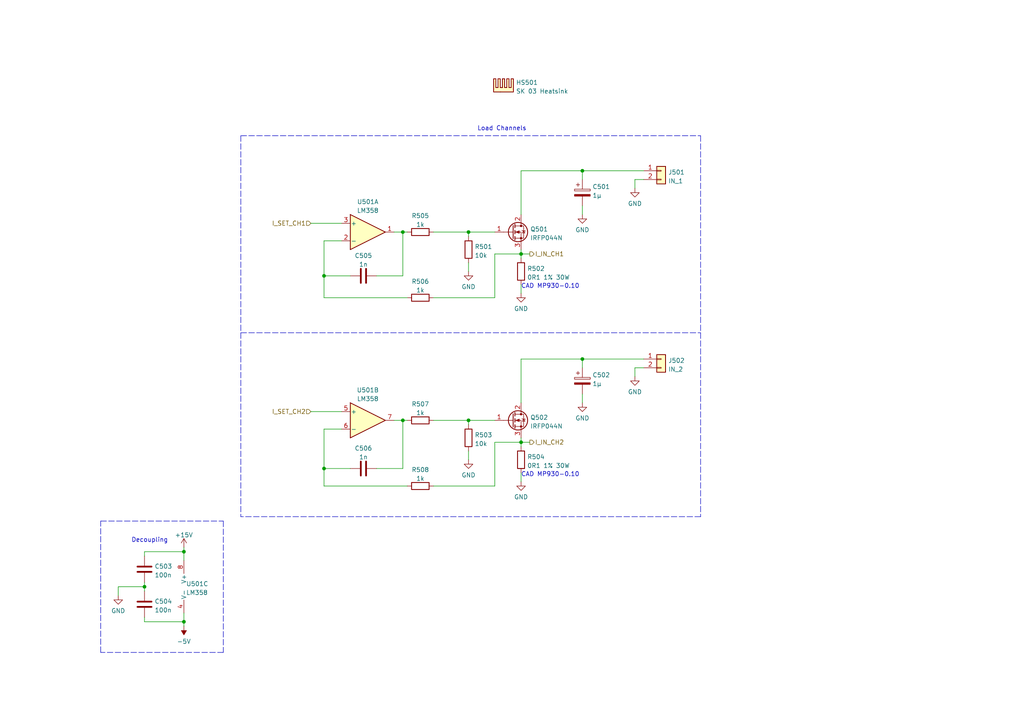
<source format=kicad_sch>
(kicad_sch (version 20211123) (generator eeschema)
  (paper "A4")
  (lib_symbols
    (symbol "Amplifier_Operational:LM358" (pin_names (offset 0.127))
      (property "Reference" "U" (at 0 5.08 0))
      (property "Value" "LM358" (at 0 -5.08 0))
      (symbol "LM358_1_1"
        (polyline (pts (xy -5.08 5.08) (xy 5.08 0) (xy -5.08 -5.08) (xy -5.08 5.08)) (stroke (width 0.254)) (fill (type background)))
        (pin output line (at 7.62 0 180) (length 2.54) (name "~") (number "1"))
        (pin input line (at -7.62 -2.54 0) (length 2.54) (name "-") (number "2"))
        (pin input line (at -7.62 2.54 0) (length 2.54) (name "+") (number "3"))
      )
      (symbol "LM358_2_1"
        (polyline (pts (xy -5.08 5.08) (xy 5.08 0) (xy -5.08 -5.08) (xy -5.08 5.08)) (stroke (width 0.254)) (fill (type background)))
        (pin input line (at -7.62 2.54 0) (length 2.54) (name "+") (number "5"))
        (pin input line (at -7.62 -2.54 0) (length 2.54) (name "-") (number "6"))
        (pin output line (at 7.62 0 180) (length 2.54) (name "~") (number "7"))
      )
      (symbol "LM358_3_1"
        (pin power_in line (at -2.54 -7.62 90) (length 3.81) (name "V-") (number "4"))
        (pin power_in line (at -2.54 7.62 270) (length 3.81) (name "V+") (number "8"))
      )
    )
    (symbol "Connector_Generic:Conn_01x02" (pin_names (offset 1.016) hide)
      (property "Reference" "J" (at 0 2.54 0))
      (property "Value" "Conn_01x02" (at 0 -5.08 0))
      (symbol "Conn_01x02_1_1"
        (rectangle (start -1.27 -2.413) (end 0 -2.667) (stroke (width 0.1524)))
        (rectangle (start -1.27 0.127) (end 0 -0.127) (stroke (width 0.1524)))
        (rectangle (start -1.27 1.27) (end 1.27 -3.81) (stroke (width 0.254)) (fill (type background)))
        (pin passive line (at -5.08 0 0) (length 3.81) (name "Pin_1") (number "1"))
        (pin passive line (at -5.08 -2.54 0) (length 3.81) (name "Pin_2") (number "2"))
      )
    )
    (symbol "Device:C" (pin_numbers hide) (pin_names (offset 0.254))
      (property "Reference" "C" (at 0.635 2.54 0))
      (property "Value" "C" (at 0.635 -2.54 0))
      (symbol "C_0_1"
        (polyline (pts (xy -2.032 -0.762) (xy 2.032 -0.762)) (stroke (width 0.508)))
        (polyline (pts (xy -2.032 0.762) (xy 2.032 0.762)) (stroke (width 0.508)))
      )
      (symbol "C_1_1"
        (pin passive line (at 0 3.81 270) (length 2.794) (name "~") (number "1"))
        (pin passive line (at 0 -3.81 90) (length 2.794) (name "~") (number "2"))
      )
    )
    (symbol "Device:C_Polarized" (pin_numbers hide) (pin_names (offset 0.254))
      (property "Reference" "C" (at 0.635 2.54 0))
      (property "Value" "C_Polarized" (at 0.635 -2.54 0))
      (symbol "C_Polarized_0_1"
        (rectangle (start -2.286 0.508) (end 2.286 1.016))
        (polyline (pts (xy -1.778 2.286) (xy -0.762 2.286)))
        (polyline (pts (xy -1.27 2.794) (xy -1.27 1.778)))
        (rectangle (start 2.286 -0.508) (end -2.286 -1.016) (fill (type outline)))
      )
      (symbol "C_Polarized_1_1"
        (pin passive line (at 0 3.81 270) (length 2.794) (name "~") (number "1"))
        (pin passive line (at 0 -3.81 90) (length 2.794) (name "~") (number "2"))
      )
    )
    (symbol "Device:Q_NMOS_GDS" (pin_names (offset 0) hide)
      (property "Reference" "Q" (at 5.08 1.27 0))
      (property "Value" "Q_NMOS_GDS" (at 5.08 -1.27 0))
      (symbol "Q_NMOS_GDS_0_1"
        (polyline (pts (xy 0.254 0) (xy -2.54 0)))
        (polyline (pts (xy 0.254 1.905) (xy 0.254 -1.905)) (stroke (width 0.254)))
        (polyline (pts (xy 0.762 -1.27) (xy 0.762 -2.286)) (stroke (width 0.254)))
        (polyline (pts (xy 0.762 0.508) (xy 0.762 -0.508)) (stroke (width 0.254)))
        (polyline (pts (xy 0.762 2.286) (xy 0.762 1.27)) (stroke (width 0.254)))
        (polyline (pts (xy 2.54 2.54) (xy 2.54 1.778)))
        (polyline (pts (xy 2.54 -2.54) (xy 2.54 0) (xy 0.762 0)))
        (polyline (pts (xy 0.762 -1.778) (xy 3.302 -1.778) (xy 3.302 1.778) (xy 0.762 1.778)))
        (polyline (pts (xy 1.016 0) (xy 2.032 0.381) (xy 2.032 -0.381) (xy 1.016 0)) (fill (type outline)))
        (polyline (pts (xy 2.794 0.508) (xy 2.921 0.381) (xy 3.683 0.381) (xy 3.81 0.254)))
        (polyline (pts (xy 3.302 0.381) (xy 2.921 -0.254) (xy 3.683 -0.254) (xy 3.302 0.381)))
        (circle (center 1.651 0) (radius 2.794) (stroke (width 0.254)))
        (circle (center 2.54 -1.778) (radius 0.254) (fill (type outline)))
        (circle (center 2.54 1.778) (radius 0.254) (fill (type outline)))
      )
      (symbol "Q_NMOS_GDS_1_1"
        (pin input line (at -5.08 0 0) (length 2.54) (name "G") (number "1"))
        (pin passive line (at 2.54 5.08 270) (length 2.54) (name "D") (number "2"))
        (pin passive line (at 2.54 -5.08 90) (length 2.54) (name "S") (number "3"))
      )
    )
    (symbol "Device:R" (pin_numbers hide) (pin_names (offset 0))
      (property "Reference" "R" (at 2.032 0 90))
      (property "Value" "R" (at 0 0 90))
      (symbol "R_0_1"
        (rectangle (start -1.016 -2.54) (end 1.016 2.54) (stroke (width 0.254)))
      )
      (symbol "R_1_1"
        (pin passive line (at 0 3.81 270) (length 1.27) (name "~") (number "1"))
        (pin passive line (at 0 -3.81 90) (length 1.27) (name "~") (number "2"))
      )
    )
    (symbol "Mechanical:Heatsink" (pin_names (offset 1.016))
      (property "Reference" "HS" (at 0 5.08 0))
      (property "Value" "Heatsink" (at 0 -1.27 0))
      (symbol "Heatsink_0_1"
        (polyline (pts (xy -0.3302 1.27) (xy -0.9652 1.27) (xy -0.9652 3.81) (xy -1.6002 3.81) (xy -1.6002 1.27) (xy -2.2352 1.27) (xy -2.2352 3.81) (xy -2.8702 3.81) (xy -2.8702 0) (xy -0.9652 0)) (stroke (width 0.254)) (fill (type background)))
        (polyline (pts (xy -0.3302 1.27) (xy -0.3302 3.81) (xy 0.3048 3.81) (xy 0.3048 1.27) (xy 0.9398 1.27) (xy 0.9398 3.81) (xy 1.5748 3.81) (xy 1.5748 1.27) (xy 2.2098 1.27) (xy 2.2098 3.81) (xy 2.8448 3.81) (xy 2.8448 0) (xy -0.9652 0)) (stroke (width 0.254)) (fill (type background)))
      )
    )
    (symbol "power:+15V" (power) (pin_names (offset 0))
      (property "Value" "+15V" (at 0 3.556 0))
      (symbol "+15V_0_1"
        (polyline (pts (xy -0.762 1.27) (xy 0 2.54)))
        (polyline (pts (xy 0 0) (xy 0 2.54)))
        (polyline (pts (xy 0 2.54) (xy 0.762 1.27)))
      )
      (symbol "+15V_1_1"
        (pin power_in line (at 0 0 90) (length 0) hide (name "+15V") (number "1"))
      )
    )
    (symbol "power:-5V" (power) (pin_names (offset 0))
      (property "Value" "-5V" (at 0 3.81 0))
      (symbol "-5V_0_0"
        (pin power_in line (at 0 0 90) (length 0) hide (name "-5V") (number "1"))
      )
      (symbol "-5V_0_1"
        (polyline (pts (xy 0 0) (xy 0 1.27) (xy 0.762 1.27) (xy 0 2.54) (xy -0.762 1.27) (xy 0 1.27)) (fill (type outline)))
      )
    )
    (symbol "power:GND" (power) (pin_names (offset 0))
      (property "Value" "GND" (at 0 -3.81 0))
      (symbol "GND_0_1"
        (polyline (pts (xy 0 0) (xy 0 -1.27) (xy 1.27 -1.27) (xy 0 -2.54) (xy -1.27 -1.27) (xy 0 -1.27)))
      )
      (symbol "GND_1_1"
        (pin power_in line (at 0 0 270) (length 0) hide (name "GND") (number "1"))
      )
    )
  )
  (junction (at 53.34 160.02))
  (junction (at 116.84 67.31))
  (junction (at 93.98 135.89))
  (junction (at 151.13 128.27))
  (junction (at 93.98 80.01))
  (junction (at 168.91 104.14))
  (junction (at 135.89 121.92))
  (junction (at 135.89 67.31))
  (junction (at 53.34 180.34))
  (junction (at 151.13 73.66))
  (junction (at 41.91 170.18))
  (junction (at 168.91 49.53))
  (junction (at 116.84 121.92))
  (wire (pts (xy 151.13 73.66) (xy 143.51 73.66)))
  (wire (pts (xy 168.91 114.3) (xy 168.91 116.84)))
  (wire (pts (xy 125.73 67.31) (xy 135.89 67.31)))
  (wire (pts (xy 168.91 104.14) (xy 168.91 106.68)))
  (wire (pts (xy 93.98 140.97) (xy 93.98 135.89)))
  (wire (pts (xy 151.13 82.55) (xy 151.13 85.09)))
  (wire (pts (xy 168.91 49.53) (xy 151.13 49.53)))
  (wire (pts (xy 135.89 67.31) (xy 143.51 67.31)))
  (polyline (pts (xy 64.77 189.23) (xy 29.21 189.23)))
  (polyline (pts (xy 203.2 39.37) (xy 203.2 149.86)))
  (wire (pts (xy 93.98 124.46) (xy 99.06 124.46)))
  (wire (pts (xy 184.15 106.68) (xy 184.15 109.22)))
  (polyline (pts (xy 69.85 96.52) (xy 203.2 96.52)))
  (wire (pts (xy 135.89 121.92) (xy 143.51 121.92)))
  (wire (pts (xy 116.84 67.31) (xy 118.11 67.31)))
  (wire (pts (xy 168.91 104.14) (xy 151.13 104.14)))
  (wire (pts (xy 93.98 135.89) (xy 101.6 135.89)))
  (polyline (pts (xy 203.2 149.86) (xy 69.85 149.86)))
  (wire (pts (xy 41.91 161.29) (xy 41.91 160.02)))
  (wire (pts (xy 186.69 52.07) (xy 184.15 52.07)))
  (wire (pts (xy 109.22 135.89) (xy 116.84 135.89)))
  (wire (pts (xy 186.69 49.53) (xy 168.91 49.53)))
  (wire (pts (xy 41.91 170.18) (xy 41.91 171.45)))
  (polyline (pts (xy 29.21 189.23) (xy 29.21 151.13)))
  (wire (pts (xy 186.69 106.68) (xy 184.15 106.68)))
  (wire (pts (xy 53.34 160.02) (xy 53.34 162.56)))
  (wire (pts (xy 143.51 128.27) (xy 143.51 140.97)))
  (wire (pts (xy 151.13 127) (xy 151.13 128.27)))
  (wire (pts (xy 135.89 130.81) (xy 135.89 133.35)))
  (wire (pts (xy 53.34 158.75) (xy 53.34 160.02)))
  (wire (pts (xy 135.89 76.2) (xy 135.89 78.74)))
  (wire (pts (xy 93.98 86.36) (xy 93.98 80.01)))
  (wire (pts (xy 41.91 180.34) (xy 41.91 179.07)))
  (wire (pts (xy 168.91 49.53) (xy 168.91 52.07)))
  (wire (pts (xy 90.17 64.77) (xy 99.06 64.77)))
  (wire (pts (xy 135.89 67.31) (xy 135.89 68.58)))
  (wire (pts (xy 184.15 52.07) (xy 184.15 54.61)))
  (wire (pts (xy 151.13 128.27) (xy 153.67 128.27)))
  (wire (pts (xy 143.51 140.97) (xy 125.73 140.97)))
  (polyline (pts (xy 69.85 39.37) (xy 69.85 149.86)))
  (wire (pts (xy 151.13 104.14) (xy 151.13 116.84)))
  (wire (pts (xy 34.29 170.18) (xy 41.91 170.18)))
  (wire (pts (xy 118.11 140.97) (xy 93.98 140.97)))
  (wire (pts (xy 34.29 172.72) (xy 34.29 170.18)))
  (wire (pts (xy 116.84 135.89) (xy 116.84 121.92)))
  (wire (pts (xy 151.13 137.16) (xy 151.13 139.7)))
  (wire (pts (xy 168.91 59.69) (xy 168.91 62.23)))
  (wire (pts (xy 53.34 177.8) (xy 53.34 180.34)))
  (wire (pts (xy 143.51 73.66) (xy 143.51 86.36)))
  (wire (pts (xy 93.98 69.85) (xy 99.06 69.85)))
  (polyline (pts (xy 29.21 151.13) (xy 64.77 151.13)))
  (wire (pts (xy 143.51 86.36) (xy 125.73 86.36)))
  (wire (pts (xy 151.13 73.66) (xy 153.67 73.66)))
  (wire (pts (xy 135.89 121.92) (xy 135.89 123.19)))
  (wire (pts (xy 114.3 121.92) (xy 116.84 121.92)))
  (polyline (pts (xy 69.85 39.37) (xy 203.2 39.37)))
  (wire (pts (xy 41.91 168.91) (xy 41.91 170.18)))
  (wire (pts (xy 41.91 160.02) (xy 53.34 160.02)))
  (wire (pts (xy 93.98 80.01) (xy 101.6 80.01)))
  (wire (pts (xy 125.73 121.92) (xy 135.89 121.92)))
  (wire (pts (xy 151.13 72.39) (xy 151.13 73.66)))
  (wire (pts (xy 151.13 128.27) (xy 143.51 128.27)))
  (wire (pts (xy 53.34 180.34) (xy 41.91 180.34)))
  (wire (pts (xy 93.98 80.01) (xy 93.98 69.85)))
  (wire (pts (xy 116.84 121.92) (xy 118.11 121.92)))
  (wire (pts (xy 109.22 80.01) (xy 116.84 80.01)))
  (wire (pts (xy 186.69 104.14) (xy 168.91 104.14)))
  (wire (pts (xy 90.17 119.38) (xy 99.06 119.38)))
  (wire (pts (xy 151.13 49.53) (xy 151.13 62.23)))
  (wire (pts (xy 114.3 67.31) (xy 116.84 67.31)))
  (wire (pts (xy 53.34 180.34) (xy 53.34 181.61)))
  (polyline (pts (xy 64.77 151.13) (xy 64.77 189.23)))
  (wire (pts (xy 151.13 73.66) (xy 151.13 74.93)))
  (wire (pts (xy 116.84 80.01) (xy 116.84 67.31)))
  (wire (pts (xy 118.11 86.36) (xy 93.98 86.36)))
  (wire (pts (xy 151.13 128.27) (xy 151.13 129.54)))
  (wire (pts (xy 93.98 135.89) (xy 93.98 124.46)))
  (text "CAD MP930-0.10" (at 151.13 138.43 0) (effects (font (size 1.27 1.27)) (justify left bottom)))
  (text "CAD MP930-0.10" (at 151.13 83.82 0) (effects (font (size 1.27 1.27)) (justify left bottom)))
  (text "Load Channels" (at 138.43 38.1 0) (effects (font (size 1.27 1.27)) (justify left bottom)))
  (text "Decoupling" (at 38.1 157.48 0) (effects (font (size 1.27 1.27)) (justify left bottom)))
  (hierarchical_label "I_IN_CH1" (shape output) (at 153.67 73.66 0))
  (hierarchical_label "I_SET_CH2" (shape input) (at 90.17 119.38 180))
  (hierarchical_label "I_IN_CH2" (shape output) (at 153.67 128.27 0))
  (hierarchical_label "I_SET_CH1" (shape input) (at 90.17 64.77 180))
  (symbol (lib_id "Device:C") (at 41.91 165.1 0) (unit 1)
    (property "Reference" "C503" (at 44.831 164.2653 0) (effects (justify left)))
    (property "Value" "100n" (at 44.831 166.8022 0) (effects (justify left)))
    (property "Footprint" "Capacitor_SMD:C_0805_2012Metric" (effects hide))
  )
  (symbol (lib_id "power:GND") (at 168.91 62.23 0) (unit 1)
    (property "Reference" "#PWR0502" (effects hide))
    (property "Value" "GND" (at 168.91 66.6734 0))
  )
  (symbol (lib_id "Device:C") (at 41.91 175.26 0) (unit 1)
    (property "Reference" "C504" (at 44.831 174.4253 0) (effects (justify left)))
    (property "Value" "100n" (at 44.831 176.9622 0) (effects (justify left)))
    (property "Footprint" "Capacitor_SMD:C_0805_2012Metric" (effects hide))
  )
  (symbol (lib_id "Device:C") (at 105.41 135.89 90) (unit 1)
    (property "Reference" "C506" (at 105.41 130.0312 90))
    (property "Value" "1n" (at 105.41 132.5681 90))
    (property "Footprint" "Capacitor_SMD:C_0805_2012Metric" (effects hide))
  )
  (symbol (lib_id "Connector_Generic:Conn_01x02") (at 191.77 104.14 0) (unit 1)
    (property "Reference" "J502" (at 193.802 104.5753 0) (effects (justify left)))
    (property "Value" "IN_2" (at 193.802 107.1122 0) (effects (justify left)))
    (property "Footprint" "Connector_PinHeader_2.54mm:PinHeader_1x02_P2.54mm_Vertical" (effects hide))
  )
  (symbol (lib_id "power:-5V") (at 53.34 181.61 180) (unit 1)
    (property "Reference" "#PWR0511" (effects hide))
    (property "Value" "-5V" (at 53.34 186.0534 0))
  )
  (symbol (lib_id "Amplifier_Operational:LM358") (at 106.68 67.31 0) (unit 1)
    (property "Reference" "U501" (at 106.68 58.5302 0))
    (property "Value" "LM358" (at 106.68 61.0671 0))
    (property "Footprint" "Package_SO:SOIC-8_3.9x4.9mm_P1.27mm" (effects hide))
    (property "Datasheet" "http://www.ti.com/lit/ds/symlink/lm2904-n.pdf" (effects hide))
  )
  (symbol (lib_id "power:GND") (at 151.13 139.7 0) (unit 1)
    (property "Reference" "#PWR0508" (effects hide))
    (property "Value" "GND" (at 151.13 144.1434 0))
  )
  (symbol (lib_id "Device:R") (at 135.89 72.39 0) (unit 1)
    (property "Reference" "R501" (at 137.668 71.5553 0) (effects (justify left)))
    (property "Value" "10k" (at 137.668 74.0922 0) (effects (justify left)))
    (property "Footprint" "Resistor_SMD:R_0805_2012Metric" (effects hide))
  )
  (symbol (lib_id "power:GND") (at 135.89 133.35 0) (unit 1)
    (property "Reference" "#PWR0507" (effects hide))
    (property "Value" "GND" (at 135.89 137.7934 0))
  )
  (symbol (lib_id "power:GND") (at 184.15 54.61 0) (unit 1)
    (property "Reference" "#PWR0501" (effects hide))
    (property "Value" "GND" (at 184.15 59.0534 0))
  )
  (symbol (lib_id "Device:Q_NMOS_GDS") (at 148.59 67.31 0) (unit 1)
    (property "Reference" "Q501" (at 153.797 66.4753 0) (effects (justify left)))
    (property "Value" "IRFP044N" (at 153.797 69.0122 0) (effects (justify left)))
    (property "Footprint" "Package_TO_SOT_THT:TO-247-3_Horizontal_TabUp" (effects hide))
  )
  (symbol (lib_id "Mechanical:Heatsink") (at 146.05 26.67 0) (unit 1)
    (property "Reference" "HS501" (at 149.6568 23.9303 0) (effects (justify left)))
    (property "Value" "SK 03 Heatsink" (at 149.6568 26.4672 0) (effects (justify left)))
    (property "Footprint" "eigene:SK-03" (effects hide))
  )
  (symbol (lib_id "Device:R") (at 121.92 86.36 90) (unit 1)
    (property "Reference" "R506" (at 121.92 81.6442 90))
    (property "Value" "1k" (at 121.92 84.1811 90))
    (property "Footprint" "Resistor_SMD:R_0805_2012Metric" (effects hide))
  )
  (symbol (lib_id "power:GND") (at 135.89 78.74 0) (unit 1)
    (property "Reference" "#PWR0503" (effects hide))
    (property "Value" "GND" (at 135.89 83.1834 0))
  )
  (symbol (lib_id "power:GND") (at 184.15 109.22 0) (unit 1)
    (property "Reference" "#PWR0505" (effects hide))
    (property "Value" "GND" (at 184.15 113.6634 0))
  )
  (symbol (lib_id "Device:Q_NMOS_GDS") (at 148.59 121.92 0) (unit 1)
    (property "Reference" "Q502" (at 153.797 121.0853 0) (effects (justify left)))
    (property "Value" "IRFP044N" (at 153.797 123.6222 0) (effects (justify left)))
    (property "Footprint" "Package_TO_SOT_THT:TO-247-3_Horizontal_TabUp" (effects hide))
  )
  (symbol (lib_id "Device:R") (at 135.89 127 0) (unit 1)
    (property "Reference" "R503" (at 137.668 126.1653 0) (effects (justify left)))
    (property "Value" "10k" (at 137.668 128.7022 0) (effects (justify left)))
    (property "Footprint" "Resistor_SMD:R_0805_2012Metric" (effects hide))
  )
  (symbol (lib_id "Device:R") (at 121.92 67.31 90) (unit 1)
    (property "Reference" "R505" (at 121.92 62.5942 90))
    (property "Value" "1k" (at 121.92 65.1311 90))
    (property "Footprint" "Resistor_SMD:R_0805_2012Metric" (effects hide))
  )
  (symbol (lib_id "Device:R") (at 121.92 140.97 90) (unit 1)
    (property "Reference" "R508" (at 121.92 136.2542 90))
    (property "Value" "1k" (at 121.92 138.7911 90))
    (property "Footprint" "Resistor_SMD:R_0805_2012Metric" (effects hide))
  )
  (symbol (lib_id "Device:R") (at 151.13 78.74 0) (unit 1)
    (property "Reference" "R502" (at 152.908 77.9053 0) (effects (justify left)))
    (property "Value" "0R1 1% 30W" (at 152.908 80.4422 0) (effects (justify left)))
    (property "Footprint" "Package_TO_SOT_THT:TO-220F-2_Horizontal_TabUp" (effects hide))
  )
  (symbol (lib_id "Amplifier_Operational:LM358") (at 55.88 170.18 0) (unit 3)
    (property "Reference" "U501" (at 53.975 169.3453 0) (effects (justify left)))
    (property "Value" "LM358" (at 53.975 171.8822 0) (effects (justify left)))
    (property "Footprint" "Package_SO:SOIC-8_3.9x4.9mm_P1.27mm" (effects hide))
    (property "Datasheet" "http://www.ti.com/lit/ds/symlink/lm2904-n.pdf" (effects hide))
  )
  (symbol (lib_id "Device:C") (at 105.41 80.01 90) (unit 1)
    (property "Reference" "C505" (at 105.41 74.1512 90))
    (property "Value" "1n" (at 105.41 76.6881 90))
    (property "Footprint" "Capacitor_SMD:C_0805_2012Metric" (effects hide))
  )
  (symbol (lib_id "Connector_Generic:Conn_01x02") (at 191.77 49.53 0) (unit 1)
    (property "Reference" "J501" (at 193.802 49.9653 0) (effects (justify left)))
    (property "Value" "IN_1" (at 193.802 52.5022 0) (effects (justify left)))
    (property "Footprint" "Connector_PinHeader_2.54mm:PinHeader_1x02_P2.54mm_Vertical" (effects hide))
  )
  (symbol (lib_id "power:GND") (at 168.91 116.84 0) (unit 1)
    (property "Reference" "#PWR0506" (effects hide))
    (property "Value" "GND" (at 168.91 121.2834 0))
  )
  (symbol (lib_id "power:+15V") (at 53.34 158.75 0) (unit 1)
    (property "Reference" "#PWR0509" (effects hide))
    (property "Value" "+15V" (at 53.34 155.1742 0))
  )
  (symbol (lib_id "Amplifier_Operational:LM358") (at 106.68 121.92 0) (unit 2)
    (property "Reference" "U501" (at 106.68 113.1402 0))
    (property "Value" "LM358" (at 106.68 115.6771 0))
    (property "Footprint" "Package_SO:SOIC-8_3.9x4.9mm_P1.27mm" (effects hide))
    (property "Datasheet" "http://www.ti.com/lit/ds/symlink/lm2904-n.pdf" (effects hide))
  )
  (symbol (lib_id "Device:C_Polarized") (at 168.91 55.88 0) (unit 1)
    (property "Reference" "C501" (at 171.831 54.1563 0) (effects (justify left)))
    (property "Value" "1µ" (at 171.831 56.6932 0) (effects (justify left)))
    (property "Footprint" "Capacitor_THT:CP_Radial_D5.0mm_P2.50mm" (effects hide))
  )
  (symbol (lib_id "power:GND") (at 151.13 85.09 0) (unit 1)
    (property "Reference" "#PWR0504" (effects hide))
    (property "Value" "GND" (at 151.13 89.5334 0))
  )
  (symbol (lib_id "power:GND") (at 34.29 172.72 0) (unit 1)
    (property "Reference" "#PWR0510" (effects hide))
    (property "Value" "GND" (at 34.29 177.1634 0))
  )
  (symbol (lib_id "Device:R") (at 151.13 133.35 0) (unit 1)
    (property "Reference" "R504" (at 152.908 132.5153 0) (effects (justify left)))
    (property "Value" "0R1 1% 30W" (at 152.908 135.0522 0) (effects (justify left)))
    (property "Footprint" "Package_TO_SOT_THT:TO-220F-2_Horizontal_TabUp" (effects hide))
  )
  (symbol (lib_id "Device:R") (at 121.92 121.92 90) (unit 1)
    (property "Reference" "R507" (at 121.92 117.2042 90))
    (property "Value" "1k" (at 121.92 119.7411 90))
    (property "Footprint" "Resistor_SMD:R_0805_2012Metric" (effects hide))
  )
  (symbol (lib_id "Device:C_Polarized") (at 168.91 110.49 0) (unit 1)
    (property "Reference" "C502" (at 171.831 108.7663 0) (effects (justify left)))
    (property "Value" "1µ" (at 171.831 111.3032 0) (effects (justify left)))
    (property "Footprint" "Capacitor_THT:CP_Radial_D5.0mm_P2.50mm" (effects hide))
  )
)
</source>
